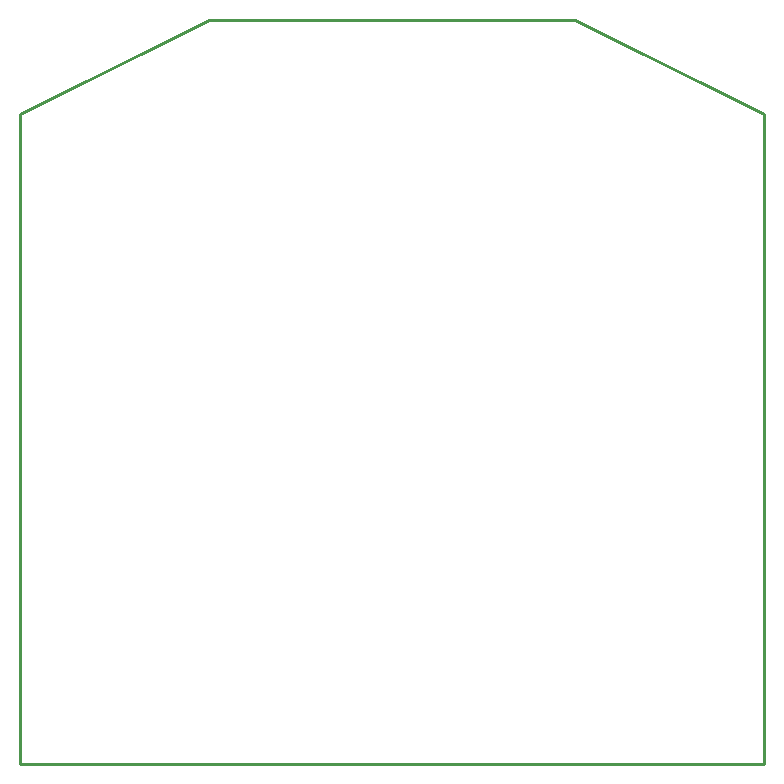
<source format=gko>
G04*
G04 #@! TF.GenerationSoftware,Altium Limited,Altium Designer,22.7.1 (60)*
G04*
G04 Layer_Color=16711935*
%FSLAX44Y44*%
%MOMM*%
G71*
G04*
G04 #@! TF.SameCoordinates,19F2358B-4240-49B2-A54B-8FB7877D19E4*
G04*
G04*
G04 #@! TF.FilePolarity,Positive*
G04*
G01*
G75*
%ADD12C,0.2540*%
D12*
X-0Y550000D02*
X160000Y630000D01*
X470000Y630000D02*
X630000Y550000D01*
X160000Y630000D02*
X470000Y630000D01*
X0Y0D02*
X630000D01*
X0D02*
Y550000D01*
X630000Y550000D02*
X630000Y0D01*
M02*

</source>
